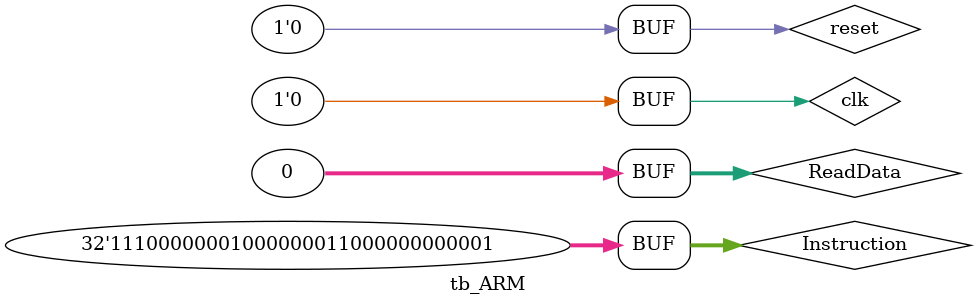
<source format=sv>
module tb_ARM();
	logic clk, reset = 0;
	logic [31:0] Instruction;
	logic MemWrite;
	logic [31:0] ALUResult, WriteData; 
	logic [31:0] ReadData;
	// instantiate device to be tested 
	ARM dut(clk, reset, Instruction,ReadData, MemWrite, ALUResult, WriteData);
	// initialize test
	
	always 
		begin 
			reset <= 0;
			clk <= 1; 
			# 5;
			clk <= 0; 
			# 5;
		
		end
	initial
		begin
			reset <= 0;
			//ADD R0, R1, #42
			//313029282726252423222120191817161514131211109876543210
			//1 1 1 0 0 0 1 0 0 0 0 0 0 0 0 1 0 0 0 0 0 0 0000101010
			Instruction<= 32'b11100010000000010000000000101010;
		   ReadData   <= 0;
			# 10; 
			
			//ADD R1, R1, #5
			//11100010100000010001000000000101
		   Instruction<= 32'b11100010100000010001000000000101;
		   ReadData   <= 0;
			# 10; 
			
			//SUB R2, R0, #4
			//11100010010000000010000000000100
		   Instruction<= 32'b11100010001000000010000000000100;
		   ReadData   <= 0;
			# 10; 
			
			//SUB R3, R0, R1
			//11100000010000000011000000000001
		   Instruction<= 32'b11100000001000000011000000000001;
		   ReadData   <= 0;
			# 10;
			
			/*
			//CMP R1, #41
			//11100011010100010000000000101001
			Instruction<= 32'b11100011010100010000000000101001;
		   ReadData   <= 0;
			# 10; 
			*/
		end
		



endmodule

</source>
